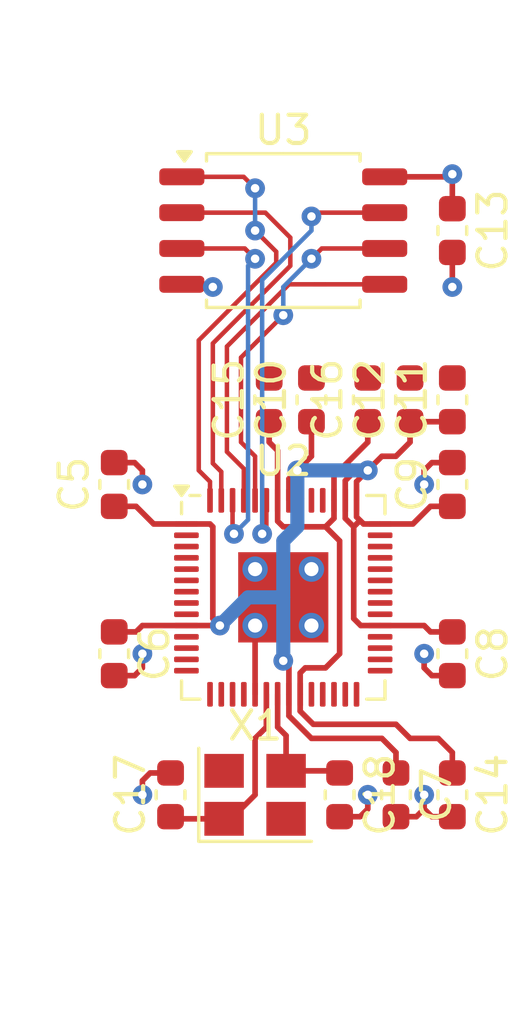
<source format=kicad_pcb>
(kicad_pcb (version 20240108) (generator "pcbnew") (generator_version "8.0")
  (layers (0 "F.Cu" signal) (31 "B.Cu" signal) (34 "B.Paste" user) (35 "F.Paste" user) (36 "B.SilkS" user "B.Silkscreen") (37 "F.SilkS" user "F.Silkscreen") (38 "B.Mask" user) (39 "F.Mask" user) (44 "Edge.Cuts" user))
  (net 0 "")
  (net 1 "Hdc1080.pwr")
  (net 2 "Hdc1080.i2c.sda")
  (net 3 "UsbCReceptacle.gnd")
  (net 4 "Rp2040.usb_chain_0.d_N")
  (net 5 "Rp2040.usb_chain_0.d_P")
  (net 6 "Hdc1080.i2c.scl")
  (net 7 "Rp2040.ic.qspi.sck")
  (net 8 "Rp2040.ic.qspi.miso")
  (net 9 "Rp2040.ic.qspi_cs")
  (net 10 "Rp2040.ic.qspi_sd2")
  (net 11 "Rp2040.ic.qspi_sd3")
  (net 12 "Rp2040.ic.qspi.mosi")
  (net 13 "Rp2040.reset_node")
  (net 14 "Rp2040.ic.vreg_vout")
  (net 15 "Rp2040.xtal_node.xi")
  (net 16 "Rp2040.swd_node.swdio")
  (net 17 "Rp2040.swd_node.swclk")
  (net 18 "Rp2040.xtal_node.xo")
  (footprint "Package_SO:SOIC-8_5.23x5.23mm_P1.27mm" (layer "F.Cu") (at 150 97)
    (property "Reference" "U3" (at 0 -3.56 0) (layer "F.SilkS"))
    (property "Value" "Rp2040.mem.ic")
    (fp_line (start -2.725 -2.725) (end -2.725 -2.465) (stroke (width 0.12)) (layer "F.SilkS"))
    (fp_line (start -2.725 2.725) (end -2.725 2.465) (stroke (width 0.12)) (layer "F.SilkS"))
    (fp_line (start 0 -2.725) (end -2.725 -2.725) (stroke (width 0.12)) (layer "F.SilkS"))
    (fp_line (start 0 -2.725) (end 2.725 -2.725) (stroke (width 0.12)) (layer "F.SilkS"))
    (fp_line (start 0 2.725) (end -2.725 2.725) (stroke (width 0.12)) (layer "F.SilkS"))
    (fp_line (start 0 2.725) (end 2.725 2.725) (stroke (width 0.12)) (layer "F.SilkS"))
    (fp_line (start 2.725 -2.725) (end 2.725 -2.465) (stroke (width 0.12)) (layer "F.SilkS"))
    (fp_line (start 2.725 2.725) (end 2.725 2.465) (stroke (width 0.12)) (layer "F.SilkS"))
    (fp_poly (pts (xy -3.5075 -2.465) (xy -3.7475 -2.795) (xy -3.2675 -2.795) (xy -3.5075 -2.465)) (stroke (width 0.12)) (fill solid) (layer "F.SilkS"))
    (pad "1" smd roundrect (at -3.6 -1.905) (size 1.6 0.6) (layers "F.Cu" "F.Paste" "F.Mask") (net 9 "Rp2040.ic.qspi_cs"))
    (pad "2" smd roundrect (at -3.6 -0.635) (size 1.6 0.6) (layers "F.Cu" "F.Paste" "F.Mask") (net 8 "Rp2040.ic.qspi.miso"))
    (pad "3" smd roundrect (at -3.6 0.635) (size 1.6 0.6) (layers "F.Cu" "F.Paste" "F.Mask") (net 10 "Rp2040.ic.qspi_sd2"))
    (pad "4" smd roundrect (at -3.6 1.905) (size 1.6 0.6) (layers "F.Cu" "F.Paste" "F.Mask") (net 3 "UsbCReceptacle.gnd"))
    (pad "5" smd roundrect (at 3.6 1.905) (size 1.6 0.6) (layers "F.Cu" "F.Paste" "F.Mask") (net 12 "Rp2040.ic.qspi.mosi"))
    (pad "6" smd roundrect (at 3.6 0.635) (size 1.6 0.6) (layers "F.Cu" "F.Paste" "F.Mask") (net 7 "Rp2040.ic.qspi.sck"))
    (pad "7" smd roundrect (at 3.6 -0.635) (size 1.6 0.6) (layers "F.Cu" "F.Paste" "F.Mask") (net 11 "Rp2040.ic.qspi_sd3"))
    (pad "8" smd roundrect (at 3.6 -1.905) (size 1.6 0.6) (layers "F.Cu" "F.Paste" "F.Mask") (net 1 "Hdc1080.pwr"))
  )
  (footprint "Capacitor_SMD:C_0603_1608Metric" (layer "F.Cu") (at 149.5 103 90)
    (property "Reference" "C15" (at 0 -1.43 90) (layer "F.SilkS"))
    (property "Value" "Rp2040.dvdd_cap[1]")
    (fp_line (start -0.14058 -0.51) (end 0.14058 -0.51) (stroke (width 0.12)) (layer "F.SilkS"))
    (fp_line (start -0.14058 0.51) (end 0.14058 0.51) (stroke (width 0.12)) (layer "F.SilkS"))
    (pad "1" smd roundrect (at -0.775 0 90) (size 0.9 0.95) (layers "F.Cu" "F.Paste" "F.Mask") (net 14 "Rp2040.ic.vreg_vout"))
    (pad "2" smd roundrect (at 0.775 0 90) (size 0.9 0.95) (layers "F.Cu" "F.Paste" "F.Mask") (net 3 "UsbCReceptacle.gnd"))
  )
  (footprint "Capacitor_SMD:C_0603_1608Metric" (layer "F.Cu") (at 156 106 90)
    (property "Reference" "C9" (at 0 -1.43 90) (layer "F.SilkS"))
    (property "Value" "Rp2040.iovdd_cap[4]")
    (fp_line (start -0.14058 -0.51) (end 0.14058 -0.51) (stroke (width 0.12)) (layer "F.SilkS"))
    (fp_line (start -0.14058 0.51) (end 0.14058 0.51) (stroke (width 0.12)) (layer "F.SilkS"))
    (pad "1" smd roundrect (at -0.775 0 90) (size 0.9 0.95) (layers "F.Cu" "F.Paste" "F.Mask") (net 1 "Hdc1080.pwr"))
    (pad "2" smd roundrect (at 0.775 0 90) (size 0.9 0.95) (layers "F.Cu" "F.Paste" "F.Mask") (net 3 "UsbCReceptacle.gnd"))
  )
  (footprint "Capacitor_SMD:C_0603_1608Metric" (layer "F.Cu") (at 146 117 90)
    (property "Reference" "C17" (at 0 -1.43 90) (layer "F.SilkS"))
    (property "Value" "Rp2040.crystal.cap_a")
    (fp_line (start -0.14058 -0.51) (end 0.14058 -0.51) (stroke (width 0.12)) (layer "F.SilkS"))
    (fp_line (start -0.14058 0.51) (end 0.14058 0.51) (stroke (width 0.12)) (layer "F.SilkS"))
    (pad "1" smd roundrect (at -0.775 0 90) (size 0.9 0.95) (layers "F.Cu" "F.Paste" "F.Mask") (net 15 "Rp2040.xtal_node.xi"))
    (pad "2" smd roundrect (at 0.775 0 90) (size 0.9 0.95) (layers "F.Cu" "F.Paste" "F.Mask") (net 3 "UsbCReceptacle.gnd"))
  )
  (footprint "Capacitor_SMD:C_0603_1608Metric" (layer "F.Cu") (at 156 117 -90)
    (property "Reference" "C14" (at 0 -1.43 -90) (layer "F.SilkS"))
    (property "Value" "Rp2040.dvdd_cap[0]")
    (fp_line (start -0.14058 0.51) (end 0.14058 0.51) (stroke (width 0.12)) (layer "F.SilkS"))
    (fp_line (start -0.14058 -0.51) (end 0.14058 -0.51) (stroke (width 0.12)) (layer "F.SilkS"))
    (pad "1" smd roundrect (at -0.775 0 270) (size 0.9 0.95) (layers "F.Cu" "F.Paste" "F.Mask") (net 14 "Rp2040.ic.vreg_vout"))
    (pad "2" smd roundrect (at 0.775 0 270) (size 0.9 0.95) (layers "F.Cu" "F.Paste" "F.Mask") (net 3 "UsbCReceptacle.gnd"))
  )
  (footprint "Capacitor_SMD:C_0603_1608Metric" (layer "F.Cu") (at 153 103 90)
    (property "Reference" "C16" (at 0 -1.43 90) (layer "F.SilkS"))
    (property "Value" "Rp2040.vreg_out_cap")
    (fp_line (start -0.14058 -0.51) (end 0.14058 -0.51) (stroke (width 0.12)) (layer "F.SilkS"))
    (fp_line (start -0.14058 0.51) (end 0.14058 0.51) (stroke (width 0.12)) (layer "F.SilkS"))
    (pad "1" smd roundrect (at -0.775 0 90) (size 0.9 0.95) (layers "F.Cu" "F.Paste" "F.Mask") (net 14 "Rp2040.ic.vreg_vout"))
    (pad "2" smd roundrect (at 0.775 0 90) (size 0.9 0.95) (layers "F.Cu" "F.Paste" "F.Mask") (net 3 "UsbCReceptacle.gnd"))
  )
  (footprint "Capacitor_SMD:C_0603_1608Metric" (layer "F.Cu") (at 144 106 90)
    (property "Reference" "C5" (at 0 -1.43 90) (layer "F.SilkS"))
    (property "Value" "Rp2040.iovdd_cap[0]")
    (fp_line (start -0.14058 -0.51) (end 0.14058 -0.51) (stroke (width 0.12)) (layer "F.SilkS"))
    (fp_line (start -0.14058 0.51) (end 0.14058 0.51) (stroke (width 0.12)) (layer "F.SilkS"))
    (pad "1" smd roundrect (at -0.775 0 90) (size 0.9 0.95) (layers "F.Cu" "F.Paste" "F.Mask") (net 1 "Hdc1080.pwr"))
    (pad "2" smd roundrect (at 0.775 0 90) (size 0.9 0.95) (layers "F.Cu" "F.Paste" "F.Mask") (net 3 "UsbCReceptacle.gnd"))
  )
  (footprint "Capacitor_SMD:C_0603_1608Metric" (layer "F.Cu") (at 156 112 -90)
    (property "Reference" "C8" (at 0 -1.43 -90) (layer "F.SilkS"))
    (property "Value" "Rp2040.iovdd_cap[3]")
    (fp_line (start -0.14058 0.51) (end 0.14058 0.51) (stroke (width 0.12)) (layer "F.SilkS"))
    (fp_line (start -0.14058 -0.51) (end 0.14058 -0.51) (stroke (width 0.12)) (layer "F.SilkS"))
    (pad "1" smd roundrect (at -0.775 0 270) (size 0.9 0.95) (layers "F.Cu" "F.Paste" "F.Mask") (net 1 "Hdc1080.pwr"))
    (pad "2" smd roundrect (at 0.775 0 270) (size 0.9 0.95) (layers "F.Cu" "F.Paste" "F.Mask") (net 3 "UsbCReceptacle.gnd"))
  )
  (footprint "Capacitor_SMD:C_0603_1608Metric" (layer "F.Cu") (at 156 97 -90)
    (property "Reference" "C13" (at 0 -1.43 90) (layer "F.SilkS"))
    (property "Value" "Rp2040.mem.vcc_cap")
    (fp_line (start -0.14058 0.51) (end 0.14058 0.51) (stroke (width 0.12)) (layer "F.SilkS"))
    (fp_line (start -0.14058 -0.51) (end 0.14058 -0.51) (stroke (width 0.12)) (layer "F.SilkS"))
    (pad "1" smd roundrect (at -0.775 0 270) (size 0.9 0.95) (layers "F.Cu" "F.Paste" "F.Mask") (net 1 "Hdc1080.pwr"))
    (pad "2" smd roundrect (at 0.775 0 270) (size 0.9 0.95) (layers "F.Cu" "F.Paste" "F.Mask") (net 3 "UsbCReceptacle.gnd"))
  )
  (footprint "Crystal:Crystal_SMD_3225-4Pin_3.2x2.5mm" (layer "F.Cu") (at 149 117)
    (property "Reference" "X1" (at 0 -2.45 0) (layer "F.SilkS"))
    (property "Value" "Rp2040.crystal.package")
    (fp_line (start -2 -1.65) (end -2 1.65) (stroke (width 0.12)) (layer "F.SilkS"))
    (fp_line (start -2 1.65) (end 2 1.65) (stroke (width 0.12)) (layer "F.SilkS"))
    (pad "1" smd rect (at -1.1 0.85) (size 1.4 1.2) (layers "F.Cu" "F.Paste" "F.Mask") (net 15 "Rp2040.xtal_node.xi"))
    (pad "2" smd rect (at 1.1 0.85) (size 1.4 1.2) (layers "F.Cu" "F.Paste" "F.Mask") (net 3 "UsbCReceptacle.gnd"))
    (pad "3" smd rect (at 1.1 -0.85) (size 1.4 1.2) (layers "F.Cu" "F.Paste" "F.Mask") (net 18 "Rp2040.xtal_node.xo"))
    (pad "4" smd rect (at -1.1 -0.85) (size 1.4 1.2) (layers "F.Cu" "F.Paste" "F.Mask") (net 3 "UsbCReceptacle.gnd"))
  )
  (footprint "Capacitor_SMD:C_0603_1608Metric" (layer "F.Cu") (at 156 103 90)
    (property "Reference" "C11" (at 0 -1.43 90) (layer "F.SilkS"))
    (property "Value" "Rp2040.avdd_cap")
    (fp_line (start -0.14058 -0.51) (end 0.14058 -0.51) (stroke (width 0.12)) (layer "F.SilkS"))
    (fp_line (start -0.14058 0.51) (end 0.14058 0.51) (stroke (width 0.12)) (layer "F.SilkS"))
    (pad "1" smd roundrect (at -0.775 0 90) (size 0.9 0.95) (layers "F.Cu" "F.Paste" "F.Mask") (net 1 "Hdc1080.pwr"))
    (pad "2" smd roundrect (at 0.775 0 90) (size 0.9 0.95) (layers "F.Cu" "F.Paste" "F.Mask") (net 3 "UsbCReceptacle.gnd"))
  )
  (footprint "Capacitor_SMD:C_0603_1608Metric" (layer "F.Cu") (at 152 117 -90)
    (property "Reference" "C18" (at 0 -1.43 90) (layer "F.SilkS"))
    (property "Value" "Rp2040.crystal.cap_b")
    (fp_line (start -0.14058 0.51) (end 0.14058 0.51) (stroke (width 0.12)) (layer "F.SilkS"))
    (fp_line (start -0.14058 -0.51) (end 0.14058 -0.51) (stroke (width 0.12)) (layer "F.SilkS"))
    (pad "1" smd roundrect (at -0.775 0 270) (size 0.9 0.95) (layers "F.Cu" "F.Paste" "F.Mask") (net 18 "Rp2040.xtal_node.xo"))
    (pad "2" smd roundrect (at 0.775 0 270) (size 0.9 0.95) (layers "F.Cu" "F.Paste" "F.Mask") (net 3 "UsbCReceptacle.gnd"))
  )
  (footprint "Capacitor_SMD:C_0603_1608Metric" (layer "F.Cu") (at 154.5 103 90)
    (property "Reference" "C12" (at 0 -1.43 90) (layer "F.SilkS"))
    (property "Value" "Rp2040.vreg_in_cap")
    (fp_line (start -0.14058 -0.51) (end 0.14058 -0.51) (stroke (width 0.12)) (layer "F.SilkS"))
    (fp_line (start -0.14058 0.51) (end 0.14058 0.51) (stroke (width 0.12)) (layer "F.SilkS"))
    (pad "1" smd roundrect (at -0.775 0 90) (size 0.9 0.95) (layers "F.Cu" "F.Paste" "F.Mask") (net 1 "Hdc1080.pwr"))
    (pad "2" smd roundrect (at 0.775 0 90) (size 0.9 0.95) (layers "F.Cu" "F.Paste" "F.Mask") (net 3 "UsbCReceptacle.gnd"))
  )
  (footprint "Capacitor_SMD:C_0603_1608Metric" (layer "F.Cu") (at 151 103 90)
    (property "Reference" "C10" (at 0 -1.43 90) (layer "F.SilkS"))
    (property "Value" "Rp2040.iovdd_cap[5]")
    (fp_line (start -0.14058 -0.51) (end 0.14058 -0.51) (stroke (width 0.12)) (layer "F.SilkS"))
    (fp_line (start -0.14058 0.51) (end 0.14058 0.51) (stroke (width 0.12)) (layer "F.SilkS"))
    (pad "1" smd roundrect (at -0.775 0 90) (size 0.9 0.95) (layers "F.Cu" "F.Paste" "F.Mask") (net 1 "Hdc1080.pwr"))
    (pad "2" smd roundrect (at 0.775 0 90) (size 0.9 0.95) (layers "F.Cu" "F.Paste" "F.Mask") (net 3 "UsbCReceptacle.gnd"))
  )
  (footprint "Capacitor_SMD:C_0603_1608Metric" (layer "F.Cu") (at 144 112 -90)
    (property "Reference" "C6" (at 0 -1.43 -90) (layer "F.SilkS"))
    (property "Value" "Rp2040.iovdd_cap[1]")
    (fp_line (start -0.14058 0.51) (end 0.14058 0.51) (stroke (width 0.12)) (layer "F.SilkS"))
    (fp_line (start -0.14058 -0.51) (end 0.14058 -0.51) (stroke (width 0.12)) (layer "F.SilkS"))
    (pad "1" smd roundrect (at -0.775 0 270) (size 0.9 0.95) (layers "F.Cu" "F.Paste" "F.Mask") (net 1 "Hdc1080.pwr"))
    (pad "2" smd roundrect (at 0.775 0 270) (size 0.9 0.95) (layers "F.Cu" "F.Paste" "F.Mask") (net 3 "UsbCReceptacle.gnd"))
  )
  (footprint "Capacitor_SMD:C_0603_1608Metric" (layer "F.Cu") (at 154 117 -90)
    (property "Reference" "C7" (at 0 -1.43 -90) (layer "F.SilkS"))
    (property "Value" "Rp2040.iovdd_cap[2]")
    (fp_line (start -0.14058 0.51) (end 0.14058 0.51) (stroke (width 0.12)) (layer "F.SilkS"))
    (fp_line (start -0.14058 -0.51) (end 0.14058 -0.51) (stroke (width 0.12)) (layer "F.SilkS"))
    (pad "1" smd roundrect (at -0.775 0 270) (size 0.9 0.95) (layers "F.Cu" "F.Paste" "F.Mask") (net 1 "Hdc1080.pwr"))
    (pad "2" smd roundrect (at 0.775 0 270) (size 0.9 0.95) (layers "F.Cu" "F.Paste" "F.Mask") (net 3 "UsbCReceptacle.gnd"))
  )
  (footprint "Package_DFN_QFN:QFN-56-1EP_7x7mm_P0.4mm_EP3.2x3.2mm" (layer "F.Cu") (at 150 110)
    (property "Reference" "U2" (at 0 -4.83 0) (layer "F.SilkS"))
    (property "Value" "Rp2040.ic")
    (fp_line (start -3.61 -2.96) (end -3.61 -3.37) (stroke (width 0.12)) (layer "F.SilkS"))
    (fp_line (start -3.61 3.61) (end -3.61 2.96) (stroke (width 0.12)) (layer "F.SilkS"))
    (fp_line (start -2.96 -3.61) (end -3.31 -3.61) (stroke (width 0.12)) (layer "F.SilkS"))
    (fp_line (start -2.96 3.61) (end -3.61 3.61) (stroke (width 0.12)) (layer "F.SilkS"))
    (fp_line (start 2.96 -3.61) (end 3.61 -3.61) (stroke (width 0.12)) (layer "F.SilkS"))
    (fp_line (start 2.96 3.61) (end 3.61 3.61) (stroke (width 0.12)) (layer "F.SilkS"))
    (fp_line (start 3.61 -3.61) (end 3.61 -2.96) (stroke (width 0.12)) (layer "F.SilkS"))
    (fp_line (start 3.61 3.61) (end 3.61 2.96) (stroke (width 0.12)) (layer "F.SilkS"))
    (fp_poly (pts (xy -3.61 -3.61) (xy -3.85 -3.94) (xy -3.37 -3.94) (xy -3.61 -3.61)) (stroke (width 0.12)) (fill solid) (layer "F.SilkS"))
    (pad "1" smd roundrect (at -3.4375 -2.6) (size 0.875 0.2) (layers "F.Cu" "F.Paste" "F.Mask") (net 1 "Hdc1080.pwr"))
    (pad "2" smd roundrect (at -3.4375 -2.2) (size 0.875 0.2) (layers "F.Cu" "F.Paste" "F.Mask") (net 2 "Hdc1080.i2c.sda"))
    (pad "3" smd roundrect (at -3.4375 -1.8) (size 0.875 0.2) (layers "F.Cu" "F.Paste" "F.Mask") (net 6 "Hdc1080.i2c.scl"))
    (pad "4" smd roundrect (at -3.4375 -1.4) (size 0.875 0.2) (layers "F.Cu" "F.Paste" "F.Mask"))
    (pad "5" smd roundrect (at -3.4375 -1) (size 0.875 0.2) (layers "F.Cu" "F.Paste" "F.Mask"))
    (pad "6" smd roundrect (at -3.4375 -0.6) (size 0.875 0.2) (layers "F.Cu" "F.Paste" "F.Mask"))
    (pad "7" smd roundrect (at -3.4375 -0.2) (size 0.875 0.2) (layers "F.Cu" "F.Paste" "F.Mask"))
    (pad "8" smd roundrect (at -3.4375 0.2) (size 0.875 0.2) (layers "F.Cu" "F.Paste" "F.Mask"))
    (pad "9" smd roundrect (at -3.4375 0.6) (size 0.875 0.2) (layers "F.Cu" "F.Paste" "F.Mask"))
    (pad "10" smd roundrect (at -3.4375 1) (size 0.875 0.2) (layers "F.Cu" "F.Paste" "F.Mask") (net 1 "Hdc1080.pwr"))
    (pad "11" smd roundrect (at -3.4375 1.4) (size 0.875 0.2) (layers "F.Cu" "F.Paste" "F.Mask"))
    (pad "12" smd roundrect (at -3.4375 1.8) (size 0.875 0.2) (layers "F.Cu" "F.Paste" "F.Mask"))
    (pad "13" smd roundrect (at -3.4375 2.2) (size 0.875 0.2) (layers "F.Cu" "F.Paste" "F.Mask"))
    (pad "14" smd roundrect (at -3.4375 2.6) (size 0.875 0.2) (layers "F.Cu" "F.Paste" "F.Mask"))
    (pad "15" smd roundrect (at -2.6 3.4375) (size 0.2 0.875) (layers "F.Cu" "F.Paste" "F.Mask"))
    (pad "16" smd roundrect (at -2.2 3.4375) (size 0.2 0.875) (layers "F.Cu" "F.Paste" "F.Mask"))
    (pad "17" smd roundrect (at -1.8 3.4375) (size 0.2 0.875) (layers "F.Cu" "F.Paste" "F.Mask"))
    (pad "18" smd roundrect (at -1.4 3.4375) (size 0.2 0.875) (layers "F.Cu" "F.Paste" "F.Mask"))
    (pad "19" smd roundrect (at -1 3.4375) (size 0.2 0.875) (layers "F.Cu" "F.Paste" "F.Mask") (net 3 "UsbCReceptacle.gnd"))
    (pad "20" smd roundrect (at -0.6 3.4375) (size 0.2 0.875) (layers "F.Cu" "F.Paste" "F.Mask") (net 15 "Rp2040.xtal_node.xi"))
    (pad "21" smd roundrect (at -0.2 3.4375) (size 0.2 0.875) (layers "F.Cu" "F.Paste" "F.Mask") (net 18 "Rp2040.xtal_node.xo"))
    (pad "22" smd roundrect (at 0.2 3.4375) (size 0.2 0.875) (layers "F.Cu" "F.Paste" "F.Mask") (net 1 "Hdc1080.pwr"))
    (pad "23" smd roundrect (at 0.6 3.4375) (size 0.2 0.875) (layers "F.Cu" "F.Paste" "F.Mask") (net 14 "Rp2040.ic.vreg_vout"))
    (pad "24" smd roundrect (at 1 3.4375) (size 0.2 0.875) (layers "F.Cu" "F.Paste" "F.Mask") (net 17 "Rp2040.swd_node.swclk"))
    (pad "25" smd roundrect (at 1.4 3.4375) (size 0.2 0.875) (layers "F.Cu" "F.Paste" "F.Mask") (net 16 "Rp2040.swd_node.swdio"))
    (pad "26" smd roundrect (at 1.8 3.4375) (size 0.2 0.875) (layers "F.Cu" "F.Paste" "F.Mask") (net 13 "Rp2040.reset_node"))
    (pad "27" smd roundrect (at 2.2 3.4375) (size 0.2 0.875) (layers "F.Cu" "F.Paste" "F.Mask"))
    (pad "28" smd roundrect (at 2.6 3.4375) (size 0.2 0.875) (layers "F.Cu" "F.Paste" "F.Mask"))
    (pad "29" smd roundrect (at 3.4375 2.6) (size 0.875 0.2) (layers "F.Cu" "F.Paste" "F.Mask"))
    (pad "30" smd roundrect (at 3.4375 2.2) (size 0.875 0.2) (layers "F.Cu" "F.Paste" "F.Mask"))
    (pad "31" smd roundrect (at 3.4375 1.8) (size 0.875 0.2) (layers "F.Cu" "F.Paste" "F.Mask"))
    (pad "32" smd roundrect (at 3.4375 1.4) (size 0.875 0.2) (layers "F.Cu" "F.Paste" "F.Mask"))
    (pad "33" smd roundrect (at 3.4375 1) (size 0.875 0.2) (layers "F.Cu" "F.Paste" "F.Mask") (net 1 "Hdc1080.pwr"))
    (pad "34" smd roundrect (at 3.4375 0.6) (size 0.875 0.2) (layers "F.Cu" "F.Paste" "F.Mask"))
    (pad "35" smd roundrect (at 3.4375 0.2) (size 0.875 0.2) (layers "F.Cu" "F.Paste" "F.Mask"))
    (pad "36" smd roundrect (at 3.4375 -0.2) (size 0.875 0.2) (layers "F.Cu" "F.Paste" "F.Mask"))
    (pad "37" smd roundrect (at 3.4375 -0.6) (size 0.875 0.2) (layers "F.Cu" "F.Paste" "F.Mask"))
    (pad "38" smd roundrect (at 3.4375 -1) (size 0.875 0.2) (layers "F.Cu" "F.Paste" "F.Mask"))
    (pad "39" smd roundrect (at 3.4375 -1.4) (size 0.875 0.2) (layers "F.Cu" "F.Paste" "F.Mask"))
    (pad "40" smd roundrect (at 3.4375 -1.8) (size 0.875 0.2) (layers "F.Cu" "F.Paste" "F.Mask"))
    (pad "41" smd roundrect (at 3.4375 -2.2) (size 0.875 0.2) (layers "F.Cu" "F.Paste" "F.Mask"))
    (pad "42" smd roundrect (at 3.4375 -2.6) (size 0.875 0.2) (layers "F.Cu" "F.Paste" "F.Mask") (net 1 "Hdc1080.pwr"))
    (pad "43" smd roundrect (at 2.6 -3.4375) (size 0.2 0.875) (layers "F.Cu" "F.Paste" "F.Mask") (net 1 "Hdc1080.pwr"))
    (pad "44" smd roundrect (at 2.2 -3.4375) (size 0.2 0.875) (layers "F.Cu" "F.Paste" "F.Mask") (net 1 "Hdc1080.pwr"))
    (pad "45" smd roundrect (at 1.8 -3.4375) (size 0.2 0.875) (layers "F.Cu" "F.Paste" "F.Mask") (net 14 "Rp2040.ic.vreg_vout"))
    (pad "46" smd roundrect (at 1.4 -3.4375) (size 0.2 0.875) (layers "F.Cu" "F.Paste" "F.Mask") (net 4 "Rp2040.usb_chain_0.d_N"))
    (pad "47" smd roundrect (at 1 -3.4375) (size 0.2 0.875) (layers "F.Cu" "F.Paste" "F.Mask") (net 5 "Rp2040.usb_chain_0.d_P"))
    (pad "48" smd roundrect (at 0.6 -3.4375) (size 0.2 0.875) (layers "F.Cu" "F.Paste" "F.Mask") (net 1 "Hdc1080.pwr"))
    (pad "49" smd roundrect (at 0.2 -3.4375) (size 0.2 0.875) (layers "F.Cu" "F.Paste" "F.Mask") (net 1 "Hdc1080.pwr"))
    (pad "50" smd roundrect (at -0.2 -3.4375) (size 0.2 0.875) (layers "F.Cu" "F.Paste" "F.Mask") (net 14 "Rp2040.ic.vreg_vout"))
    (pad "51" smd roundrect (at -0.6 -3.4375) (size 0.2 0.875) (layers "F.Cu" "F.Paste" "F.Mask") (net 11 "Rp2040.ic.qspi_sd3"))
    (pad "52" smd roundrect (at -1 -3.4375) (size 0.2 0.875) (layers "F.Cu" "F.Paste" "F.Mask") (net 7 "Rp2040.ic.qspi.sck"))
    (pad "53" smd roundrect (at -1.4 -3.4375) (size 0.2 0.875) (layers "F.Cu" "F.Paste" "F.Mask") (net 12 "Rp2040.ic.qspi.mosi"))
    (pad "54" smd roundrect (at -1.8 -3.4375) (size 0.2 0.875) (layers "F.Cu" "F.Paste" "F.Mask") (net 10 "Rp2040.ic.qspi_sd2"))
    (pad "55" smd roundrect (at -2.2 -3.4375) (size 0.2 0.875) (layers "F.Cu" "F.Paste" "F.Mask") (net 8 "Rp2040.ic.qspi.miso"))
    (pad "56" smd roundrect (at -2.6 -3.4375) (size 0.2 0.875) (layers "F.Cu" "F.Paste" "F.Mask") (net 9 "Rp2040.ic.qspi_cs"))
    (pad "57" smd rect (at 0 0) (size 3.2 3.2) (property pad_prop_heatsink) (layers "F.Cu" "F.Mask") (net 3 "UsbCReceptacle.gnd"))
  )
  (segment (start 152.6 107.15) (end 152.85 107.4) (width 0.2) (layer "F.Cu") (net 1))
  (segment (start 144.775 111.225) (end 145 111) (width 0.2) (layer "F.Cu") (net 1))
  (segment (start 154.6 107.4) (end 155.225 106.775) (width 0.2) (layer "F.Cu") (net 1))
  (segment (start 154.5 104.5) (end 154.5 103.775) (width 0.2) (layer "F.Cu") (net 1))
  (segment (start 154 105) (end 154.5 104.5) (width 0.2) (layer "F.Cu") (net 1))
  (segment (start 155.225 111.225) (end 155 111) (width 0.2) (layer "F.Cu") (net 1))
  (segment (start 152.6 105.9) (end 153 105.5) (width 0.2) (layer "F.Cu") (net 1))
  (segment (start 153.5 115) (end 154 115.5) (width 0.2) (layer "F.Cu") (net 1))
  (segment (start 146.5625 111) (end 145 111) (width 0.2) (layer "F.Cu") (net 1))
  (segment (start 152.725 107.275) (end 152.85 107.4) (width 0.2) (layer "F.Cu") (net 1))
  (segment (start 151 105) (end 150.5 105.5) (width 0.2) (layer "F.Cu") (net 1))
  (segment (start 147.5 107.5) (end 147.4 107.4) (width 0.2) (layer "F.Cu") (net 1))
  (segment (start 153.6 95.095) (end 155.905 95.095) (width 0.2) (layer "F.Cu") (net 1))
  (segment (start 150.2 113.4375) (end 150.2 114.2) (width 0.2) (layer "F.Cu") (net 1))
  (segment (start 152.6 106.5625) (end 152.6 105.9) (width 0.2) (layer "F.Cu") (net 1))
  (segment (start 156 111.225) (end 155.225 111.225) (width 0.2) (layer "F.Cu") (net 1))
  (segment (start 150.2 112.45) (end 150 112.25) (width 0.2) (layer "F.Cu") (net 1))
  (segment (start 144 111.225) (end 144.775 111.225) (width 0.2) (layer "F.Cu") (net 1))
  (segment (start 152.5 107.5) (end 152.725 107.275) (width 0.2) (layer "F.Cu") (net 1))
  (segment (start 152.75 111) (end 152.5 110.75) (width 0.2) (layer "F.Cu") (net 1))
  (segment (start 151 115) (end 153.5 115) (width 0.2) (layer "F.Cu") (net 1))
  (segment (start 147.5 110.75) (end 147.5 107.5) (width 0.2) (layer "F.Cu") (net 1))
  (segment (start 153.4375 107.4) (end 154.6 107.4) (width 0.2) (layer "F.Cu") (net 1))
  (segment (start 152.5 110.75) (end 152.5 107.75) (width 0.2) (layer "F.Cu") (net 1))
  (segment (start 152.2 106.5625) (end 152.2 105.865686) (width 0.2) (layer "F.Cu") (net 1))
  (segment (start 153.5 105) (end 154 105) (width 0.2) (layer "F.Cu") (net 1))
  (segment (start 144.775 106.775) (end 145.4 107.4) (width 0.2) (layer "F.Cu") (net 1))
  (segment (start 154 115.5) (end 154 116.225) (width 0.2) (layer "F.Cu") (net 1))
  (segment (start 155.225 106.775) (end 156 106.775) (width 0.2) (layer "F.Cu") (net 1))
  (segment (start 150.2 114.2) (end 151 115) (width 0.2) (layer "F.Cu") (net 1))
  (segment (start 153 105.5) (end 153.5 105) (width 0.2) (layer "F.Cu") (net 1))
  (segment (start 152.6 106.5625) (end 152.6 107.15) (width 0.2) (layer "F.Cu") (net 1))
  (segment (start 152.5 107.75) (end 152.5 107.5) (width 0.2) (layer "F.Cu") (net 1))
  (segment (start 147.4 107.4) (end 146.5625 107.4) (width 0.2) (layer "F.Cu") (net 1))
  (segment (start 152.2 105.865686) (end 152.565686 105.5) (width 0.2) (layer "F.Cu") (net 1))
  (segment (start 150.2 105.8) (end 150.2 106.5625) (width 0.2) (layer "F.Cu") (net 1))
  (segment (start 152.2 107.2) (end 152.5 107.5) (width 0.2) (layer "F.Cu") (net 1))
  (segment (start 155.905 95.095) (end 156 95) (width 0.2) (layer "F.Cu") (net 1))
  (segment (start 145.4 107.4) (end 146.5625 107.4) (width 0.2) (layer "F.Cu") (net 1))
  (segment (start 156 95) (end 156 96.225) (width 0.2) (layer "F.Cu") (net 1))
  (segment (start 144 106.775) (end 144.775 106.775) (width 0.2) (layer "F.Cu") (net 1))
  (segment (start 150.2 113.4375) (end 150.2 112.45) (width 0.2) (layer "F.Cu") (net 1))
  (segment (start 152.2 106.5625) (end 152.2 107.2) (width 0.2) (layer "F.Cu") (net 1))
  (segment (start 154.5 103.775) (end 156 103.775) (width 0.2) (layer "F.Cu") (net 1))
  (segment (start 152.85 107.4) (end 153.4375 107.4) (width 0.2) (layer "F.Cu") (net 1))
  (segment (start 147.75 111) (end 147.5 110.75) (width 0.2) (layer "F.Cu") (net 1))
  (segment (start 150.5 105.5) (end 150.2 105.8) (width 0.2) (layer "F.Cu") (net 1))
  (segment (start 151 103.775) (end 151 105) (width 0.2) (layer "F.Cu") (net 1))
  (segment (start 150.6 105.6) (end 150.6 106.5625) (width 0.15) (layer "F.Cu") (net 1))
  (segment (start 153.4375 111) (end 155 111) (width 0.2) (layer "F.Cu") (net 1))
  (segment (start 146.5625 111) (end 147.75 111) (width 0.2) (layer "F.Cu") (net 1))
  (segment (start 152.565686 105.5) (end 153 105.5) (width 0.2) (layer "F.Cu") (net 1))
  (segment (start 153.4375 111) (end 152.75 111) (width 0.2) (layer "F.Cu") (net 1))
  (via (at 153 105.5) (size 0.7) (drill 0.3) (layers "F.Cu" "B.Cu") (net 1))
  (via (at 150.5 105.5) (size 0.7) (drill 0.3) (layers "F.Cu" "B.Cu") (net 1))
  (via (at 156 95) (size 0.7) (drill 0.3) (layers "F.Cu" "B.Cu") (net 1))
  (via (at 147.75 111) (size 0.7) (drill 0.3) (layers "F.Cu" "B.Cu") (net 1))
  (via (at 150 112.25) (size 0.7) (drill 0.3) (layers "F.Cu" "B.Cu") (net 1))
  (segment (start 150 110) (end 150 108) (width 0.5) (layer "B.Cu") (net 1))
  (segment (start 150.5 105.5) (end 153 105.5) (width 0.5) (layer "B.Cu") (net 1))
  (segment (start 150.5 106.5) (end 150.5 105.5) (width 0.5) (layer "B.Cu") (net 1))
  (segment (start 150 108) (end 150.5 107.5) (width 0.5) (layer "B.Cu") (net 1))
  (segment (start 148.75 110) (end 147.75 111) (width 0.5) (layer "B.Cu") (net 1))
  (segment (start 150 110) (end 148.75 110) (width 0.5) (layer "B.Cu") (net 1))
  (segment (start 150 110) (end 150 112.25) (width 0.5) (layer "B.Cu") (net 1))
  (segment (start 150.5 107.5) (end 150.5 106.5) (width 0.5) (layer "B.Cu") (net 1))
  (segment (start 154.725 117.775) (end 155 117.5) (width 0.2) (layer "F.Cu") (net 3))
  (segment (start 150 110) (end 151 109) (width 0.15) (layer "F.Cu") (net 3))
  (segment (start 155 112.5) (end 155 112) (width 0.2) (layer "F.Cu") (net 3))
  (segment (start 145.275 116.225) (end 145 116.5) (width 0.2) (layer "F.Cu") (net 3))
  (segment (start 155.275 117.775) (end 155 117.5) (width 0.2) (layer "F.Cu") (net 3))
  (segment (start 144.725 105.225) (end 144 105.225) (width 0.2) (layer "F.Cu") (net 3))
  (segment (start 154 117.775) (end 154.725 117.775) (width 0.2) (layer "F.Cu") (net 3))
  (segment (start 149 113.4375) (end 149 111) (width 0.2) (layer "F.Cu") (net 3))
  (segment (start 145 112) (end 145 112.5) (width 0.2) (layer "F.Cu") (net 3))
  (segment (start 144.725 112.775) (end 144 112.775) (width 0.2) (layer "F.Cu") (net 3))
  (segment (start 145 116.5) (end 145 117) (width 0.2) (layer "F.Cu") (net 3))
  (segment (start 153 117.5) (end 153 117) (width 0.2) (layer "F.Cu") (net 3))
  (segment (start 145 112.5) (end 144.725 112.775) (width 0.2) (layer "F.Cu") (net 3))
  (segment (start 150 110) (end 151 111) (width 0.15) (layer "F.Cu") (net 3))
  (segment (start 145 106) (end 145 105.5) (width 0.2) (layer "F.Cu") (net 3))
  (segment (start 155 117.5) (end 155 117) (width 0.2) (layer "F.Cu") (net 3))
  (segment (start 150 110) (end 149 109) (width 0.15) (layer "F.Cu") (net 3))
  (segment (start 155.275 105.225) (end 156 105.225) (width 0.2) (layer "F.Cu") (net 3))
  (segment (start 152 117.775) (end 152.725 117.775) (width 0.2) (layer "F.Cu") (net 3))
  (segment (start 156 117.775) (end 155.275 117.775) (width 0.2) (layer "F.Cu") (net 3))
  (segment (start 156 112.775) (end 155.275 112.775) (width 0.2) (layer "F.Cu") (net 3))
  (segment (start 156 97.775) (end 156 99) (width 0.2) (layer "F.Cu") (net 3))
  (segment (start 155 106) (end 155 105.5) (width 0.2) (layer "F.Cu") (net 3))
  (segment (start 155 105.5) (end 155.275 105.225) (width 0.2) (layer "F.Cu") (net 3))
  (segment (start 152.725 117.775) (end 153 117.5) (width 0.2) (layer "F.Cu") (net 3))
  (segment (start 150 110) (end 149 111) (width 0.15) (layer "F.Cu") (net 3))
  (segment (start 146 116.225) (end 145.275 116.225) (width 0.2) (layer "F.Cu") (net 3))
  (segment (start 145 105.5) (end 144.725 105.225) (width 0.2) (layer "F.Cu") (net 3))
  (segment (start 155.275 112.775) (end 155 112.5) (width 0.2) (layer "F.Cu") (net 3))
  (via (at 156 99) (size 0.7) (drill 0.3) (layers "F.Cu" "B.Cu") (net 3))
  (via (at 149 111) (size 0.9) (drill 0.5) (layers "F.Cu" "B.Cu") (net 3))
  (via (at 151 111) (size 0.9) (drill 0.5) (layers "F.Cu" "B.Cu") (net 3))
  (via (at 155 117) (size 0.7) (drill 0.3) (layers "F.Cu" "B.Cu") (net 3))
  (via (at 149 109) (size 0.9) (drill 0.5) (layers "F.Cu" "B.Cu") (net 3))
  (via (at 155 106) (size 0.7) (drill 0.3) (layers "F.Cu" "B.Cu") (net 3))
  (via (at 153 117) (size 0.7) (drill 0.3) (layers "F.Cu" "B.Cu") (net 3))
  (via (at 145 106) (size 0.7) (drill 0.3) (layers "F.Cu" "B.Cu") (net 3))
  (via (at 145 117) (size 0.7) (drill 0.3) (layers "F.Cu" "B.Cu") (net 3))
  (via (at 147.5 99) (size 0.7) (drill 0.3) (layers "F.Cu" "B.Cu") (net 3))
  (via (at 151 109) (size 0.9) (drill 0.5) (layers "F.Cu" "B.Cu") (net 3))
  (via (at 155 112) (size 0.7) (drill 0.3) (layers "F.Cu" "B.Cu") (net 3))
  (via (at 145 112) (size 0.7) (drill 0.3) (layers "F.Cu" "B.Cu") (net 3))
  (segment (start 148.5 101.5) (end 148.5 104.5) (width 0.16) (layer "F.Cu") (net 7))
  (segment (start 151 98) (end 151.365 97.635) (width 0.16) (layer "F.Cu") (net 7))
  (segment (start 148.5 104.5) (end 149 105) (width 0.16) (layer "F.Cu") (net 7))
  (segment (start 151.365 97.635) (end 153.6 97.635) (width 0.16) (layer "F.Cu") (net 7))
  (segment (start 149 105) (end 149 106.5625) (width 0.16) (layer "F.Cu") (net 7))
  (segment (start 150 100) (end 148.5 101.5) (width 0.16) (layer "F.Cu") (net 7))
  (via (at 150 100) (size 0.7) (drill 0.3) (layers "F.Cu" "B.Cu") (net 7))
  (via (at 151 98) (size 0.7) (drill 0.3) (layers "F.Cu" "B.Cu") (net 7))
  (segment (start 150 100) (end 150 99) (width 0.16) (layer "B.Cu") (net 7))
  (segment (start 150 99) (end 151 98) (width 0.16) (layer "B.Cu") (net 7))
  (segment (start 149.365 96.365) (end 146.4 96.365) (width 0.16) (layer "F.Cu") (net 8))
  (segment (start 147.8 106.5625) (end 147.8 105.55) (width 0.16) (layer "F.Cu") (net 8))
  (segment (start 150.25 97.25) (end 149.365 96.365) (width 0.16) (layer "F.Cu") (net 8))
  (segment (start 147.5 105.25) (end 147.5 101) (width 0.16) (layer "F.Cu") (net 8))
  (segment (start 147.8 105.55) (end 147.5 105.25) (width 0.16) (layer "F.Cu") (net 8))
  (segment (start 150.25 98.25) (end 150.25 97.25) (width 0.16) (layer "F.Cu") (net 8))
  (segment (start 147.5 101) (end 150.25 98.25) (width 0.16) (layer "F.Cu") (net 8))
  (segment (start 148.595 95.095) (end 146.4 95.095) (width 0.16) (layer "F.Cu") (net 9))
  (segment (start 147 105.5) (end 147.4 105.9) (width 0.16) (layer "F.Cu") (net 9))
  (segment (start 149 95.5) (end 148.595 95.095) (width 0.16) (layer "F.Cu") (net 9))
  (segment (start 149.75 98.140955) (end 147 100.890955) (width 0.16) (layer "F.Cu") (net 9))
  (segment (start 147 100.890955) (end 147 105.5) (width 0.16) (layer "F.Cu") (net 9))
  (segment (start 147.4 105.9) (end 147.4 106.5625) (width 0.16) (layer "F.Cu") (net 9))
  (segment (start 149.75 97.75) (end 149.75 98.140955) (width 0.16) (layer "F.Cu") (net 9))
  (segment (start 149 97) (end 149.75 97.75) (width 0.16) (layer "F.Cu") (net 9))
  (via (at 149 95.5) (size 0.7) (drill 0.3) (layers "F.Cu" "B.Cu") (net 9))
  (via (at 149 97) (size 0.7) (drill 0.3) (layers "F.Cu" "B.Cu") (net 9))
  (segment (start 149 95.5) (end 149 97) (width 0.16) (layer "B.Cu") (net 9))
  (segment (start 148.635 97.635) (end 146.4 97.635) (width 0.16) (layer "F.Cu") (net 10))
  (segment (start 149 98) (end 148.635 97.635) (width 0.16) (layer "F.Cu") (net 10))
  (segment (start 148.2 107.7) (end 148.25 107.75) (width 0.16) (layer "F.Cu") (net 10))
  (segment (start 148.2 106.5625) (end 148.2 107.7) (width 0.16) (layer "F.Cu") (net 10))
  (via (at 148.25 107.75) (size 0.7) (drill 0.3) (layers "F.Cu" "B.Cu") (net 10))
  (via (at 149 98) (size 0.7) (drill 0.3) (layers "F.Cu" "B.Cu") (net 10))
  (segment (start 148.75 98.25) (end 148.75 107.25) (width 0.16) (layer "B.Cu") (net 10))
  (segment (start 149 98) (end 148.75 98.25) (width 0.16) (layer "B.Cu") (net 10))
  (segment (start 148.75 107.25) (end 148.25 107.75) (width 0.16) (layer "B.Cu") (net 10))
  (segment (start 149.4 106.5625) (end 149.4 107.6) (width 0.16) (layer "F.Cu") (net 11))
  (segment (start 151.135 96.365) (end 153.6 96.365) (width 0.16) (layer "F.Cu") (net 11))
  (segment (start 149.4 107.6) (end 149.25 107.75) (width 0.16) (layer "F.Cu") (net 11))
  (segment (start 151 96.5) (end 151.135 96.365) (width 0.16) (layer "F.Cu") (net 11))
  (via (at 149.25 107.75) (size 0.7) (drill 0.3) (layers "F.Cu" "B.Cu") (net 11))
  (via (at 151 96.5) (size 0.7) (drill 0.3) (layers "F.Cu" "B.Cu") (net 11))
  (segment (start 151 97) (end 149.25 98.75) (width 0.16) (layer "B.Cu") (net 11))
  (segment (start 149.25 98.75) (end 149.25 107.75) (width 0.16) (layer "B.Cu") (net 11))
  (segment (start 151 96.5) (end 151 97) (width 0.16) (layer "B.Cu") (net 11))
  (segment (start 151.5 98.905) (end 153.6 98.905) (width 0.16) (layer "F.Cu") (net 12))
  (segment (start 148 104.84) (end 148 101.109045) (width 0.16) (layer "F.Cu") (net 12))
  (segment (start 148 101.109045) (end 150.204045 98.905) (width 0.16) (layer "F.Cu") (net 12))
  (segment (start 148.6 106.5625) (end 148.6 105.44) (width 0.16) (layer "F.Cu") (net 12))
  (segment (start 151.095 98.905) (end 151.5 98.905) (width 0.16) (layer "F.Cu") (net 12))
  (segment (start 148.6 106.5625) (end 148.6 105.85) (width 0.16) (layer "F.Cu") (net 12))
  (segment (start 150.204045 98.905) (end 151.5 98.905) (width 0.16) (layer "F.Cu") (net 12))
  (segment (start 148.6 105.44) (end 148 104.84) (width 0.16) (layer "F.Cu") (net 12))
  (segment (start 149.8 104.8) (end 149.8 106.5625) (width 0.2) (layer "F.Cu") (net 14))
  (segment (start 149.5 104.5) (end 149.8 104.8) (width 0.2) (layer "F.Cu") (net 14))
  (segment (start 149.8 107.3) (end 150 107.5) (width 0.2) (layer "F.Cu") (net 14))
  (segment (start 150.780797 112.5) (end 150.6 112.680797) (width 0.2) (layer "F.Cu") (net 14))
  (segment (start 154 114.5) (end 154.5 115) (width 0.2) (layer "F.Cu") (net 14))
  (segment (start 153 104.5) (end 151.8 105.7) (width 0.2) (layer "F.Cu") (net 14))
  (segment (start 151.5 107.5) (end 152 108) (width 0.2) (layer "F.Cu") (net 14))
  (segment (start 149.5 103.775) (end 149.5 104.5) (width 0.2) (layer "F.Cu") (net 14))
  (segment (start 152 108) (end 152 112) (width 0.2) (layer "F.Cu") (net 14))
  (segment (start 150 107.5) (end 151.5 107.5) (width 0.2) (layer "F.Cu") (net 14))
  (segment (start 156 115.5) (end 156 116.225) (width 0.2) (layer "F.Cu") (net 14))
  (segment (start 151.065686 114.5) (end 154 114.5) (width 0.2) (layer "F.Cu") (net 14))
  (segment (start 151.8 105.7) (end 151.8 106.5625) (width 0.2) (layer "F.Cu") (net 14))
  (segment (start 150.6 112.680797) (end 150.6 113.4375) (width 0.2) (layer "F.Cu") (net 14))
  (segment (start 154.5 115) (end 155.5 115) (width 0.2) (layer "F.Cu") (net 14))
  (segment (start 150.6 113.4375) (end 150.6 114.034314) (width 0.2) (layer "F.Cu") (net 14))
  (segment (start 150.6 114.034314) (end 151.065686 114.5) (width 0.2) (layer "F.Cu") (net 14))
  (segment (start 155.5 115) (end 156 115.5) (width 0.2) (layer "F.Cu") (net 14))
  (segment (start 151.5 112.5) (end 150.780797 112.5) (width 0.2) (layer "F.Cu") (net 14))
  (segment (start 151.8 106.5625) (end 151.8 107.2) (width 0.2) (layer "F.Cu") (net 14))
  (segment (start 149.8 106.5625) (end 149.8 107.3) (width 0.2) (layer "F.Cu") (net 14))
  (segment (start 153 103.775) (end 153 104.5) (width 0.2) (layer "F.Cu") (net 14))
  (segment (start 152 112) (end 151.5 112.5) (width 0.2) (layer "F.Cu") (net 14))
  (segment (start 151.8 107.2) (end 151.5 107.5) (width 0.2) (layer "F.Cu") (net 14))
  (segment (start 149.4 114.6) (end 149.4 113.4375) (width 0.2) (layer "F.Cu") (net 15))
  (segment (start 147.9 117.85) (end 148.15 117.85) (width 0.2) (layer "F.Cu") (net 15))
  (segment (start 149 117) (end 149 115) (width 0.2) (layer "F.Cu") (net 15))
  (segment (start 146.075 117.85) (end 146 117.775) (width 0.2) (layer "F.Cu") (net 15))
  (segment (start 148.15 117.85) (end 149 117) (width 0.2) (layer "F.Cu") (net 15))
  (segment (start 149 115) (end 149.4 114.6) (width 0.2) (layer "F.Cu") (net 15))
  (segment (start 147.9 117.85) (end 146.075 117.85) (width 0.2) (layer "F.Cu") (net 15))
  (segment (start 149.8 114.6) (end 149.8 113.4375) (width 0.2) (layer "F.Cu") (net 18))
  (segment (start 151.925 116.15) (end 152 116.225) (width 0.2) (layer "F.Cu") (net 18))
  (segment (start 150.1 116.15) (end 150.1 114.9) (width 0.2) (layer "F.Cu") (net 18))
  (segment (start 150.1 116.1) (end 150 116) (width 0.2) (layer "F.Cu") (net 18))
  (segment (start 150.1 116.15) (end 150.1 116.1) (width 0.2) (layer "F.Cu") (net 18))
  (segment (start 150.1 116.15) (end 151.925 116.15) (width 0.2) (layer "F.Cu") (net 18))
  (segment (start 150.1 114.9) (end 149.8 114.6) (width 0.2) (layer "F.Cu") (net 18))
)
</source>
